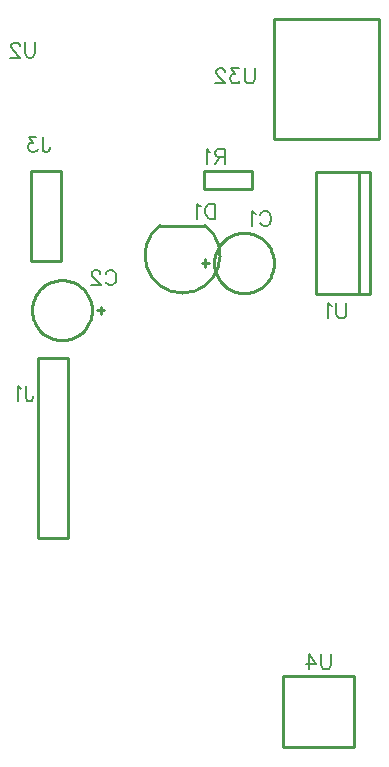
<source format=gbr>
G04 DipTrace 3.0.0.2*
G04 BottomSilk.gbr*
%MOMM*%
G04 #@! TF.FileFunction,Legend,Bot*
G04 #@! TF.Part,Single*
%ADD10C,0.25*%
%ADD71C,0.19608*%
%FSLAX35Y35*%
G04*
G71*
G90*
G75*
G01*
G04 BotSilk*
%LPD*%
X3191168Y5530023D2*
D10*
Y5469977D1*
X3161148Y5500000D2*
X3221127D1*
X3267231D2*
X3267849Y5517718D1*
X3269702Y5535350D1*
X3272779Y5552810D1*
X3277067Y5570012D1*
X3282544Y5586873D1*
X3289183Y5603311D1*
X3296952Y5619246D1*
X3305813Y5634599D1*
X3315723Y5649297D1*
X3326635Y5663268D1*
X3338493Y5676443D1*
X3351242Y5688759D1*
X3364818Y5700155D1*
X3379156Y5710576D1*
X3394186Y5719970D1*
X3409834Y5728294D1*
X3426025Y5735505D1*
X3442679Y5741568D1*
X3459715Y5746455D1*
X3477050Y5750141D1*
X3494600Y5752609D1*
X3512280Y5753845D1*
X3530003D1*
X3547682Y5752609D1*
X3565232Y5750141D1*
X3582568Y5746455D1*
X3599604Y5741568D1*
X3616258Y5735505D1*
X3632448Y5728294D1*
X3648096Y5719970D1*
X3663126Y5710576D1*
X3677464Y5700155D1*
X3691040Y5688759D1*
X3703789Y5676443D1*
X3715648Y5663268D1*
X3726559Y5649297D1*
X3736469Y5634599D1*
X3745331Y5619246D1*
X3753100Y5603311D1*
X3759739Y5586873D1*
X3765216Y5570012D1*
X3769503Y5552810D1*
X3772581Y5535350D1*
X3774433Y5517718D1*
X3775052Y5500000D1*
X3774433Y5482282D1*
X3772581Y5464650D1*
X3769503Y5447190D1*
X3765216Y5429988D1*
X3759739Y5413127D1*
X3753100Y5396689D1*
X3745331Y5380754D1*
X3736469Y5365401D1*
X3726559Y5350703D1*
X3715648Y5336732D1*
X3703789Y5323557D1*
X3691040Y5311241D1*
X3677464Y5299845D1*
X3663126Y5289424D1*
X3648096Y5280030D1*
X3632448Y5271706D1*
X3616258Y5264495D1*
X3599604Y5258432D1*
X3582568Y5253545D1*
X3565232Y5249859D1*
X3547682Y5247391D1*
X3530003Y5246155D1*
X3512280D1*
X3494600Y5247391D1*
X3477050Y5249859D1*
X3459715Y5253545D1*
X3442679Y5258432D1*
X3426025Y5264495D1*
X3409834Y5271706D1*
X3394186Y5280030D1*
X3379156Y5289424D1*
X3364818Y5299845D1*
X3351242Y5311241D1*
X3338493Y5323557D1*
X3326635Y5336732D1*
X3315723Y5350703D1*
X3305813Y5365401D1*
X3296952Y5380754D1*
X3289183Y5396689D1*
X3282544Y5413127D1*
X3277067Y5429988D1*
X3272779Y5447190D1*
X3269702Y5464650D1*
X3267849Y5482282D1*
X3267231Y5500000D1*
X2308832Y5069977D2*
Y5130023D1*
X2338852Y5100000D2*
X2278873D1*
X1724948D2*
X1725567Y5117718D1*
X1727419Y5135350D1*
X1730497Y5152810D1*
X1734784Y5170012D1*
X1740261Y5186873D1*
X1746900Y5203311D1*
X1754669Y5219246D1*
X1763531Y5234599D1*
X1773441Y5249297D1*
X1784352Y5263268D1*
X1796211Y5276443D1*
X1808960Y5288759D1*
X1822536Y5300155D1*
X1836874Y5310576D1*
X1851904Y5319970D1*
X1867552Y5328294D1*
X1883742Y5335505D1*
X1900396Y5341568D1*
X1917432Y5346455D1*
X1934768Y5350141D1*
X1952318Y5352609D1*
X1969997Y5353845D1*
X1987720D1*
X2005400Y5352609D1*
X2022950Y5350141D1*
X2040285Y5346455D1*
X2057321Y5341568D1*
X2073975Y5335505D1*
X2090166Y5328294D1*
X2105814Y5319970D1*
X2120844Y5310576D1*
X2135182Y5300155D1*
X2148758Y5288759D1*
X2161507Y5276443D1*
X2173365Y5263268D1*
X2184277Y5249297D1*
X2194187Y5234599D1*
X2203048Y5219246D1*
X2210817Y5203311D1*
X2217456Y5186873D1*
X2222933Y5170012D1*
X2227221Y5152810D1*
X2230298Y5135350D1*
X2232151Y5117718D1*
X2232769Y5100000D1*
X2232151Y5082282D1*
X2230298Y5064650D1*
X2227221Y5047190D1*
X2222933Y5029988D1*
X2217456Y5013127D1*
X2210817Y4996689D1*
X2203048Y4980754D1*
X2194187Y4965401D1*
X2184277Y4950703D1*
X2173365Y4936732D1*
X2161507Y4923557D1*
X2148758Y4911241D1*
X2135182Y4899845D1*
X2120844Y4889424D1*
X2105814Y4880030D1*
X2090166Y4871706D1*
X2073975Y4864495D1*
X2057321Y4858432D1*
X2040285Y4853545D1*
X2022950Y4849859D1*
X2005400Y4847391D1*
X1987720Y4846155D1*
X1969997D1*
X1952318Y4847391D1*
X1934768Y4849859D1*
X1917432Y4853545D1*
X1900396Y4858432D1*
X1883742Y4864495D1*
X1867552Y4871706D1*
X1851904Y4880030D1*
X1836874Y4889424D1*
X1822536Y4899845D1*
X1808960Y4911241D1*
X1796211Y4923557D1*
X1784352Y4936732D1*
X1773441Y4950703D1*
X1763531Y4965401D1*
X1754669Y4980754D1*
X1746900Y4996689D1*
X1740261Y5013127D1*
X1734784Y5029988D1*
X1730497Y5047190D1*
X1727419Y5064650D1*
X1725567Y5082282D1*
X1724948Y5100000D1*
X3190342Y5817450D2*
X2809658D1*
X3191104Y5816878D2*
G02X2808896Y5816878I-191104J-253481D01*
G01*
X2027004Y3173070D2*
X1773000D1*
Y4696930D1*
X2027004D1*
Y3173070D1*
X1718987Y6280952D2*
X1973000D1*
Y5519048D1*
X1718987D1*
Y6280952D1*
X3177419Y6123800D2*
Y6276200D1*
X3584581Y6123800D2*
X3177419D1*
X3584581D2*
Y6276200D1*
X3177419D1*
X4489858Y5234000D2*
Y6274000D1*
X4590000Y5234000D2*
Y6274000D1*
X4130000Y5234000D2*
Y6274000D1*
Y5234000D2*
X4590000D1*
X4130000Y6274000D2*
X4590000D1*
X4450000Y2000000D2*
X3850000D1*
Y1400030D1*
X4450000D1*
Y2000000D1*
X3773000Y7562000D2*
X4662025D1*
Y6546000D1*
X3773000D1*
Y7562000D1*
X3657385Y5909664D2*
D71*
X3663421Y5921737D1*
X3675635Y5933950D1*
X3687708Y5939987D1*
X3711994D1*
X3724208Y5933950D1*
X3736281Y5921737D1*
X3742458Y5909664D1*
X3748494Y5891414D1*
Y5860950D1*
X3742458Y5842840D1*
X3736281Y5830627D1*
X3724208Y5818554D1*
X3711994Y5812377D1*
X3687708D1*
X3675635Y5818554D1*
X3663421Y5830627D1*
X3657385Y5842840D1*
X3618169Y5915560D2*
X3605956Y5921737D1*
X3587706Y5939846D1*
Y5812377D1*
X2348490Y5409664D2*
X2354526Y5421737D1*
X2366740Y5433950D1*
X2378813Y5439987D1*
X2403099D1*
X2415313Y5433950D1*
X2427386Y5421737D1*
X2433563Y5409664D1*
X2439599Y5391414D1*
Y5360950D1*
X2433563Y5342840D1*
X2427386Y5330627D1*
X2415313Y5318554D1*
X2403099Y5312377D1*
X2378813D1*
X2366740Y5318554D1*
X2354526Y5330627D1*
X2348490Y5342840D1*
X2303097Y5409523D2*
Y5415560D1*
X2297060Y5427773D1*
X2291024Y5433810D1*
X2278810Y5439846D1*
X2254524D1*
X2242451Y5433810D1*
X2236414Y5427773D1*
X2230237Y5415560D1*
Y5403487D1*
X2236414Y5391273D1*
X2248487Y5373164D1*
X2309274Y5312377D1*
X2224201D1*
X3277376Y6003437D2*
Y5875827D1*
X3234840D1*
X3216590Y5882004D1*
X3204376Y5894077D1*
X3198340Y5906290D1*
X3192303Y5924400D1*
Y5954864D1*
X3198340Y5973114D1*
X3204376Y5985187D1*
X3216590Y5997400D1*
X3234840Y6003437D1*
X3277376D1*
X3153087Y5979010D2*
X3140874Y5985187D1*
X3122624Y6003296D1*
Y5875827D1*
X1674196Y4456987D2*
Y4359840D1*
X1680233Y4341590D1*
X1686410Y4335554D1*
X1698483Y4329377D1*
X1710696D1*
X1722769Y4335554D1*
X1728806Y4341590D1*
X1734983Y4359840D1*
Y4371914D1*
X1634981Y4432560D2*
X1622767Y4438737D1*
X1604517Y4456846D1*
Y4329377D1*
X1814251Y6566987D2*
Y6469840D1*
X1820288Y6451590D1*
X1826465Y6445554D1*
X1838538Y6439377D1*
X1850751D1*
X1862824Y6445554D1*
X1868861Y6451590D1*
X1875038Y6469840D1*
Y6481914D1*
X1762822Y6566846D2*
X1696139D1*
X1732499Y6518273D1*
X1714249D1*
X1702176Y6512237D1*
X1696139Y6506200D1*
X1689962Y6487950D1*
Y6475877D1*
X1696139Y6457627D1*
X1708212Y6445414D1*
X1726462Y6439377D1*
X1744712D1*
X1762822Y6445414D1*
X1768859Y6451590D1*
X1775035Y6463664D1*
X3358376Y6401400D2*
X3303766D1*
X3285516Y6407577D1*
X3279340Y6413614D1*
X3273303Y6425687D1*
Y6437900D1*
X3279340Y6449973D1*
X3285516Y6456150D1*
X3303766Y6462187D1*
X3358376D1*
Y6334577D1*
X3315840Y6401400D2*
X3273303Y6334577D1*
X3234087Y6437760D2*
X3221874Y6443937D1*
X3203624Y6462046D1*
Y6334577D1*
X4387376Y5159987D2*
Y5068877D1*
X4381340Y5050627D1*
X4369126Y5038554D1*
X4350876Y5032377D1*
X4338803D1*
X4320553Y5038554D1*
X4308340Y5050627D1*
X4302303Y5068877D1*
Y5159987D1*
X4263087Y5135560D2*
X4250874Y5141737D1*
X4232624Y5159846D1*
Y5032377D1*
X1752181Y7366987D2*
Y7275877D1*
X1746144Y7257627D1*
X1733931Y7245554D1*
X1715681Y7239377D1*
X1703608D1*
X1685358Y7245554D1*
X1673144Y7257627D1*
X1667108Y7275877D1*
Y7366987D1*
X1621715Y7336523D2*
Y7342560D1*
X1615679Y7354773D1*
X1609642Y7360810D1*
X1597429Y7366846D1*
X1573142D1*
X1561069Y7360810D1*
X1555033Y7354773D1*
X1548856Y7342560D1*
Y7330487D1*
X1555033Y7318273D1*
X1567106Y7300164D1*
X1627892Y7239377D1*
X1542819D1*
X4257699Y2185987D2*
Y2094877D1*
X4251663Y2076627D1*
X4239449Y2064554D1*
X4221199Y2058377D1*
X4209126D1*
X4190876Y2064554D1*
X4178663Y2076627D1*
X4172626Y2094877D1*
Y2185987D1*
X4072624Y2058377D2*
Y2185846D1*
X4133410Y2100914D1*
X4042301D1*
X3611325Y7147987D2*
Y7056877D1*
X3605289Y7038627D1*
X3593075Y7026554D1*
X3574825Y7020377D1*
X3562752D1*
X3544502Y7026554D1*
X3532289Y7038627D1*
X3526252Y7056877D1*
Y7147987D1*
X3474823Y7147846D2*
X3408140D1*
X3444500Y7099273D1*
X3426250D1*
X3414177Y7093237D1*
X3408140Y7087200D1*
X3401963Y7068950D1*
Y7056877D1*
X3408140Y7038627D1*
X3420213Y7026414D1*
X3438463Y7020377D1*
X3456713D1*
X3474823Y7026414D1*
X3480860Y7032590D1*
X3487037Y7044664D1*
X3356571Y7117523D2*
Y7123560D1*
X3350534Y7135773D1*
X3344498Y7141810D1*
X3332284Y7147846D1*
X3307998D1*
X3295925Y7141810D1*
X3289888Y7135773D1*
X3283711Y7123560D1*
Y7111487D1*
X3289888Y7099273D1*
X3301961Y7081164D1*
X3362748Y7020377D1*
X3277675D1*
M02*

</source>
